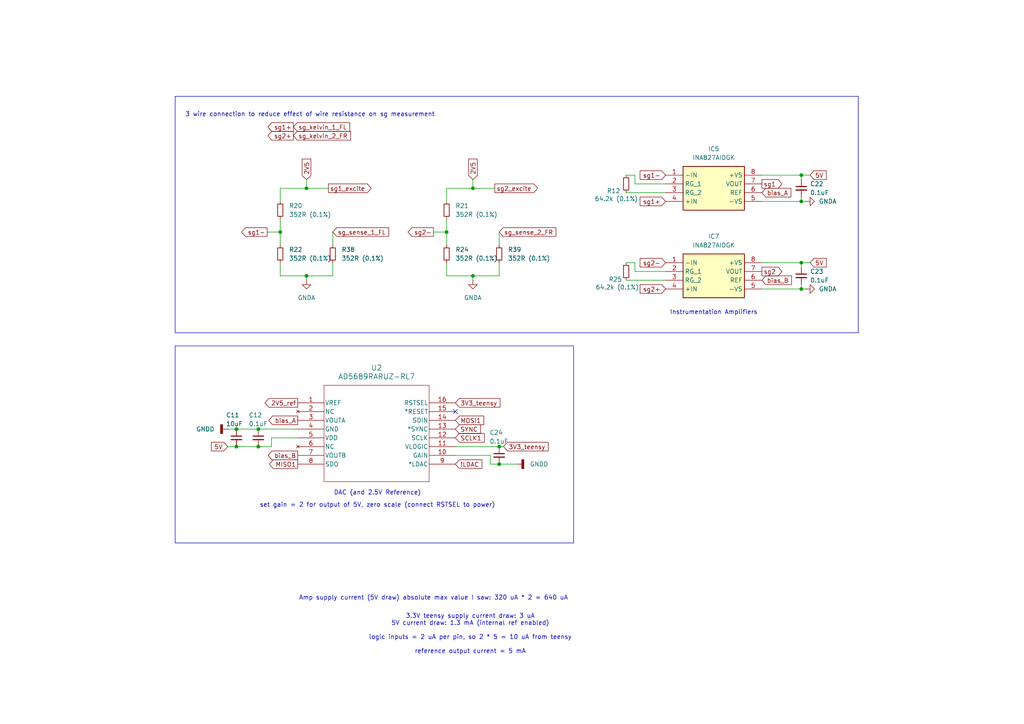
<source format=kicad_sch>
(kicad_sch (version 20250114) (generator "eeschema") (generator_version "9.0")
  (paper "A4")
  (lib_symbols
    (symbol "22XT_Main:AD5689RARUZ-RL7" (pin_names (offset 0.254))
      (property "Reference" "U" (at 22.86 10.16 0))
      (property "Value" "AD5689RARUZ-RL7" (at 22.86 7.62 0))
      (symbol "AD5689RARUZ-RL7_0_1"
        (polyline (pts (xy 7.62 5.08) (xy 7.62 -22.86)) (stroke (width 0.127)))
        (polyline (pts (xy 7.62 -22.86) (xy 38.1 -22.86)) (stroke (width 0.127)))
        (polyline (pts (xy 38.1 5.08) (xy 7.62 5.08)) (stroke (width 0.127)))
        (polyline (pts (xy 38.1 -22.86) (xy 38.1 5.08)) (stroke (width 0.127)))
        (pin input line (at 0 0 0) (length 7.62) (name "VREF") (number "1"))
        (pin no_connect line (at 0 -2.54 0) (length 7.62) (name "NC") (number "2"))
        (pin output line (at 0 -5.08 0) (length 7.62) (name "VOUTA") (number "3"))
        (pin power_in line (at 0 -7.62 0) (length 7.62) (name "GND") (number "4"))
        (pin power_in line (at 0 -10.16 0) (length 7.62) (name "VDD") (number "5"))
        (pin no_connect line (at 0 -12.7 0) (length 7.62) (name "NC") (number "6"))
        (pin output line (at 0 -15.24 0) (length 7.62) (name "VOUTB") (number "7"))
        (pin output line (at 0 -17.78 0) (length 7.62) (name "SDO") (number "8"))
        (pin unspecified line (at 45.72 0 180) (length 7.62) (name "RSTSEL") (number "16"))
        (pin input line (at 45.72 -2.54 180) (length 7.62) (name "*RESET") (number "15"))
        (pin input line (at 45.72 -5.08 180) (length 7.62) (name "SDIN") (number "14"))
        (pin input line (at 45.72 -7.62 180) (length 7.62) (name "*SYNC") (number "13"))
        (pin input line (at 45.72 -10.16 180) (length 7.62) (name "SCLK") (number "12"))
        (pin power_in line (at 45.72 -12.7 180) (length 7.62) (name "VLOGIC") (number "11"))
        (pin output line (at 45.72 -15.24 180) (length 7.62) (name "GAIN") (number "10"))
        (pin input line (at 45.72 -17.78 180) (length 7.62) (name "*LDAC") (number "9"))
      )
    )
    (symbol "22XT_Main:INA827AIDGK"
      (property "Reference" "IC" (at 24.13 7.62 0))
      (property "Value" "INA827AIDGK" (at 24.13 5.08 0))
      (symbol "INA827AIDGK_1_1"
        (rectangle (start 5.08 2.54) (end 22.86 -10.16) (stroke (width 0.254)) (fill (type background)))
        (pin passive line (at 0 0 0) (length 5.08) (name "-IN") (number "1"))
        (pin passive line (at 0 -2.54 0) (length 5.08) (name "RG_1") (number "2"))
        (pin passive line (at 0 -5.08 0) (length 5.08) (name "RG_2") (number "3"))
        (pin passive line (at 0 -7.62 0) (length 5.08) (name "+IN") (number "4"))
        (pin passive line (at 27.94 0 180) (length 5.08) (name "+VS") (number "8"))
        (pin passive line (at 27.94 -2.54 180) (length 5.08) (name "VOUT") (number "7"))
        (pin passive line (at 27.94 -5.08 180) (length 5.08) (name "REF") (number "6"))
        (pin passive line (at 27.94 -7.62 180) (length 5.08) (name "-VS") (number "5"))
      )
    )
    (symbol "Device:C_Small" (pin_numbers (hide yes)) (pin_names (offset 0.254) (hide yes))
      (property "Reference" "C" (at 0.254 1.778 0))
      (property "Value" "C_Small" (at 0.254 -2.032 0))
      (symbol "C_Small_0_1"
        (polyline (pts (xy -1.524 0.508) (xy 1.524 0.508)) (stroke (width 0.3048)))
        (polyline (pts (xy -1.524 -0.508) (xy 1.524 -0.508)) (stroke (width 0.3302)))
      )
      (symbol "C_Small_1_1"
        (pin passive line (at 0 2.54 270) (length 2.032) (name "~") (number "1"))
        (pin passive line (at 0 -2.54 90) (length 2.032) (name "~") (number "2"))
      )
    )
    (symbol "Device:R_Small" (pin_numbers (hide yes)) (pin_names (offset 0.254) (hide yes))
      (property "Reference" "R" (at 0.762 0.508 0))
      (property "Value" "R_Small" (at 0.762 -1.016 0))
      (symbol "R_Small_0_1"
        (rectangle (start -0.762 1.778) (end 0.762 -1.778) (stroke (width 0.2032)))
      )
      (symbol "R_Small_1_1"
        (pin passive line (at 0 2.54 270) (length 0.762) (name "~") (number "1"))
        (pin passive line (at 0 -2.54 90) (length 0.762) (name "~") (number "2"))
      )
    )
    (symbol "GNDA_1" (power) (pin_numbers (hide yes)) (pin_names (offset 0) (hide yes))
      (property "Value" "GNDA" (at 0 -3.81 0))
      (symbol "GNDA_1_0_1"
        (polyline (pts (xy 0 0) (xy 0 -1.27) (xy 1.27 -1.27) (xy 0 -2.54) (xy -1.27 -1.27) (xy 0 -1.27)))
      )
      (symbol "GNDA_1_1_1"
        (pin power_in line (at 0 0 270) (length 0) (name "~") (number "1"))
      )
    )
    (symbol "power:GNDA" (power) (pin_names (offset 0))
      (property "Value" "GNDA" (at 0 -3.81 0))
      (symbol "GNDA_0_1"
        (polyline (pts (xy 0 0) (xy 0 -1.27) (xy 1.27 -1.27) (xy 0 -2.54) (xy -1.27 -1.27) (xy 0 -1.27)))
      )
      (symbol "GNDA_1_1"
        (pin power_in line (at 0 0 270) (length 0) (hide yes) (name "GNDA") (number "1"))
      )
    )
    (symbol "power:GNDD" (power) (pin_numbers (hide yes)) (pin_names (offset 0) (hide yes))
      (property "Value" "GNDD" (at 0 -3.175 0))
      (symbol "GNDD_0_1"
        (rectangle (start -1.27 -1.524) (end 1.27 -2.032) (stroke (width 0.254)) (fill (type outline)))
        (polyline (pts (xy 0 0) (xy 0 -1.524)))
      )
      (symbol "GNDD_1_1"
        (pin power_in line (at 0 0 270) (length 0) (name "~") (number "1"))
      )
    )
  )
  (rectangle (start 50.8 100.33) (end 166.37 157.48))
  (rectangle (start 50.8 27.94) (end 248.92 96.52))
  (text "DAC (and 2.5V Reference)" (at 109.474 143.002 0) (effects (font (size 1.27 1.27))))
  (text "Amp supply current (5V draw) absolute max value I saw: 320 uA * 2 = 640 uA\n" (at 125.73 173.482 0) (effects (font (size 1.27 1.27))))
  (text "3.3V teensy supply current draw: 3 uA\n5V current draw: 1.3 mA (internal ref enabled)\n\nlogic inputs = 2 uA per pin, so 2 * 5 = 10 uA from teensy\n\nreference output current = 5 mA" (at 136.398 183.896 0) (effects (font (size 1.27 1.27))))
  (text "set gain = 2 for output of 5V, zero scale (connect RSTSEL to power)\n" (at 109.474 146.558 0) (effects (font (size 1.27 1.27))))
  (text "Instrumentation Amplifiers\n" (at 207.01 90.678 0) (effects (font (size 1.27 1.27))))
  (text "3 wire connection to reduce effect of wire resistance on sg measurement" (at 89.916 33.274 0) (effects (font (size 1.27 1.27))))
  (junction (at 88.9 54.61))
  (junction (at 137.16 54.61))
  (junction (at 81.28 67.31))
  (junction (at 232.41 58.42))
  (junction (at 137.16 80.01))
  (junction (at 232.41 83.82))
  (junction (at 232.41 50.8))
  (junction (at 232.41 76.2))
  (junction (at 144.78 134.62))
  (junction (at 129.54 67.31))
  (junction (at 68.58 124.46))
  (junction (at 144.78 129.54))
  (junction (at 68.58 129.54))
  (junction (at 74.93 129.54))
  (junction (at 88.9 80.01))
  (junction (at 74.93 124.46))
  (no_connect (at 132.08 119.38))
  (wire (pts (xy 144.78 76.2) (xy 144.78 80.01)))
  (wire (pts (xy 68.58 124.46) (xy 74.93 124.46)))
  (wire (pts (xy 88.9 80.01) (xy 88.9 81.28)))
  (wire (pts (xy 78.74 129.54) (xy 74.93 129.54)))
  (wire (pts (xy 232.41 57.15) (xy 232.41 58.42)))
  (wire (pts (xy 137.16 52.07) (xy 137.16 54.61)))
  (wire (pts (xy 81.28 63.5) (xy 81.28 67.31)))
  (wire (pts (xy 181.61 55.88) (xy 193.04 55.88)))
  (wire (pts (xy 233.68 83.82) (xy 232.41 83.82)))
  (wire (pts (xy 220.98 58.42) (xy 232.41 58.42)))
  (wire (pts (xy 181.61 50.8) (xy 184.15 50.8)))
  (wire (pts (xy 142.24 134.62) (xy 142.24 132.08)))
  (wire (pts (xy 125.73 67.31) (xy 129.54 67.31)))
  (wire (pts (xy 81.28 54.61) (xy 81.28 58.42)))
  (wire (pts (xy 146.05 129.54) (xy 144.78 129.54)))
  (wire (pts (xy 234.95 50.8) (xy 232.41 50.8)))
  (wire (pts (xy 81.28 54.61) (xy 88.9 54.61)))
  (wire (pts (xy 129.54 54.61) (xy 129.54 58.42)))
  (wire (pts (xy 184.15 78.74) (xy 184.15 76.2)))
  (wire (pts (xy 144.78 67.31) (xy 144.78 71.12)))
  (wire (pts (xy 129.54 67.31) (xy 129.54 71.12)))
  (wire (pts (xy 74.93 124.46) (xy 86.36 124.46)))
  (wire (pts (xy 129.54 54.61) (xy 137.16 54.61)))
  (wire (pts (xy 137.16 80.01) (xy 137.16 81.28)))
  (wire (pts (xy 81.28 67.31) (xy 81.28 71.12)))
  (wire (pts (xy 81.28 76.2) (xy 81.28 80.01)))
  (wire (pts (xy 74.93 129.54) (xy 68.58 129.54)))
  (wire (pts (xy 232.41 82.55) (xy 232.41 83.82)))
  (wire (pts (xy 181.61 76.2) (xy 184.15 76.2)))
  (wire (pts (xy 220.98 76.2) (xy 232.41 76.2)))
  (wire (pts (xy 144.78 134.62) (xy 142.24 134.62)))
  (wire (pts (xy 220.98 50.8) (xy 232.41 50.8)))
  (wire (pts (xy 66.04 129.54) (xy 68.58 129.54)))
  (wire (pts (xy 88.9 80.01) (xy 96.52 80.01)))
  (wire (pts (xy 78.74 127) (xy 78.74 129.54)))
  (wire (pts (xy 193.04 53.34) (xy 184.15 53.34)))
  (wire (pts (xy 142.24 132.08) (xy 132.08 132.08)))
  (wire (pts (xy 81.28 80.01) (xy 88.9 80.01)))
  (wire (pts (xy 96.52 76.2) (xy 96.52 80.01)))
  (wire (pts (xy 96.52 67.31) (xy 96.52 71.12)))
  (wire (pts (xy 193.04 78.74) (xy 184.15 78.74)))
  (wire (pts (xy 88.9 54.61) (xy 95.25 54.61)))
  (wire (pts (xy 233.68 58.42) (xy 232.41 58.42)))
  (wire (pts (xy 78.74 127) (xy 86.36 127)))
  (wire (pts (xy 144.78 129.54) (xy 132.08 129.54)))
  (wire (pts (xy 220.98 83.82) (xy 232.41 83.82)))
  (wire (pts (xy 137.16 54.61) (xy 143.51 54.61)))
  (wire (pts (xy 234.95 76.2) (xy 232.41 76.2)))
  (wire (pts (xy 77.47 67.31) (xy 81.28 67.31)))
  (wire (pts (xy 88.9 52.07) (xy 88.9 54.61)))
  (wire (pts (xy 184.15 53.34) (xy 184.15 50.8)))
  (wire (pts (xy 129.54 80.01) (xy 137.16 80.01)))
  (wire (pts (xy 129.54 63.5) (xy 129.54 67.31)))
  (wire (pts (xy 137.16 80.01) (xy 144.78 80.01)))
  (wire (pts (xy 129.54 76.2) (xy 129.54 80.01)))
  (wire (pts (xy 232.41 77.47) (xy 232.41 76.2)))
  (wire (pts (xy 181.61 81.28) (xy 193.04 81.28)))
  (wire (pts (xy 66.04 124.46) (xy 68.58 124.46)))
  (wire (pts (xy 232.41 52.07) (xy 232.41 50.8)))
  (wire (pts (xy 149.86 134.62) (xy 144.78 134.62)))
  (global_label "3V3_teensy" (shape input) (at 132.08 116.84 0) (property "Intersheetrefs" "${INTERSHEET_REFS}" (effects (hide yes))))
  (global_label "bias_A" (shape input) (at 220.98 55.88 0) (property "Intersheetrefs" "${INTERSHEET_REFS}" (effects (hide yes))))
  (global_label "sg1+" (shape output) (at 85.09 36.83 180) (property "Intersheetrefs" "${INTERSHEET_REFS}" (effects (hide yes))))
  (global_label "sg_kelvin_1_FL" (shape input) (at 85.09 36.83 0) (property "Intersheetrefs" "${INTERSHEET_REFS}" (effects (hide yes))))
  (global_label "2V5" (shape input) (at 88.9 52.07 90) (property "Intersheetrefs" "${INTERSHEET_REFS}" (effects (hide yes))))
  (global_label "SCLK1" (shape input) (at 132.08 127 0) (property "Intersheetrefs" "${INTERSHEET_REFS}" (effects (hide yes))))
  (global_label "sg2+" (shape input) (at 193.04 83.82 180) (property "Intersheetrefs" "${INTERSHEET_REFS}" (effects (hide yes))))
  (global_label "5V" (shape input) (at 234.95 76.2 0) (property "Intersheetrefs" "${INTERSHEET_REFS}" (effects (hide yes))))
  (global_label "sg2_excite" (shape output) (at 143.51 54.61 0) (property "Intersheetrefs" "${INTERSHEET_REFS}" (effects (hide yes))))
  (global_label "sg1_excite" (shape output) (at 95.25 54.61 0) (property "Intersheetrefs" "${INTERSHEET_REFS}" (effects (hide yes))))
  (global_label "sg2-" (shape input) (at 193.04 76.2 180) (property "Intersheetrefs" "${INTERSHEET_REFS}" (effects (hide yes))))
  (global_label "2V5" (shape input) (at 137.16 52.07 90) (property "Intersheetrefs" "${INTERSHEET_REFS}" (effects (hide yes))))
  (global_label "sg_sense_1_FL" (shape input) (at 96.52 67.31 0) (property "Intersheetrefs" "${INTERSHEET_REFS}" (effects (hide yes))))
  (global_label "5V" (shape input) (at 234.95 50.8 0) (property "Intersheetrefs" "${INTERSHEET_REFS}" (effects (hide yes))))
  (global_label "sg2-" (shape output) (at 125.73 67.31 180) (property "Intersheetrefs" "${INTERSHEET_REFS}" (effects (hide yes))))
  (global_label "sg1-" (shape output) (at 77.47 67.31 180) (property "Intersheetrefs" "${INTERSHEET_REFS}" (effects (hide yes))))
  (global_label "sg2+" (shape output) (at 85.09 39.37 180) (property "Intersheetrefs" "${INTERSHEET_REFS}" (effects (hide yes))))
  (global_label "bias_B" (shape output) (at 86.36 132.08 180) (property "Intersheetrefs" "${INTERSHEET_REFS}" (effects (hide yes))))
  (global_label "sg1+" (shape input) (at 193.04 58.42 180) (property "Intersheetrefs" "${INTERSHEET_REFS}" (effects (hide yes))))
  (global_label "2V5_ref" (shape output) (at 86.36 116.84 180) (property "Intersheetrefs" "${INTERSHEET_REFS}" (effects (hide yes))))
  (global_label "MISO1" (shape output) (at 86.36 134.62 180) (property "Intersheetrefs" "${INTERSHEET_REFS}" (effects (hide yes))))
  (global_label "3V3_teensy" (shape input) (at 146.05 129.54 0) (property "Intersheetrefs" "${INTERSHEET_REFS}" (effects (hide yes))))
  (global_label "sg_sense_2_FR" (shape input) (at 144.78 67.31 0) (property "Intersheetrefs" "${INTERSHEET_REFS}" (effects (hide yes))))
  (global_label "sg2" (shape output) (at 220.98 78.74 0) (property "Intersheetrefs" "${INTERSHEET_REFS}" (effects (hide yes))))
  (global_label "SYNC" (shape input) (at 132.08 124.46 0) (property "Intersheetrefs" "${INTERSHEET_REFS}" (effects (hide yes))))
  (global_label "bias_B" (shape input) (at 220.98 81.28 0) (property "Intersheetrefs" "${INTERSHEET_REFS}" (effects (hide yes))))
  (global_label "5V" (shape input) (at 66.04 129.54 180) (property "Intersheetrefs" "${INTERSHEET_REFS}" (effects (hide yes))))
  (global_label "!LDAC" (shape input) (at 132.08 134.62 0) (property "Intersheetrefs" "${INTERSHEET_REFS}" (effects (hide yes))))
  (global_label "sg1" (shape output) (at 220.98 53.34 0) (property "Intersheetrefs" "${INTERSHEET_REFS}" (effects (hide yes))))
  (global_label "sg1-" (shape input) (at 193.04 50.8 180) (property "Intersheetrefs" "${INTERSHEET_REFS}" (effects (hide yes))))
  (global_label "sg_kelvin_2_FR" (shape input) (at 85.09 39.37 0) (property "Intersheetrefs" "${INTERSHEET_REFS}" (effects (hide yes))))
  (global_label "MOSI1" (shape input) (at 132.08 121.92 0) (property "Intersheetrefs" "${INTERSHEET_REFS}" (effects (hide yes))))
  (global_label "bias_A" (shape output) (at 86.36 121.92 180) (property "Intersheetrefs" "${INTERSHEET_REFS}" (effects (hide yes))))
  (symbol (lib_id "Device:C_Small") (at 68.58 127 0) (unit 1)
    (property "Reference" "C11" (at 65.532 120.396 0) (effects (justify left)))
    (property "Value" "10uF" (at 65.532 122.936 0) (effects (justify left)))
    (property "Footprint" "Capacitor_SMD:C_0402_1005Metric" (effects (hide yes)))
    (property "Description" "Unpolarized capacitor, small symbol" (effects (hide yes)))
  )
  (symbol (lib_id "Device:C_Small") (at 232.41 54.61 0) (unit 1)
    (property "Reference" "C22" (at 234.95 53.3462 0) (effects (justify left)))
    (property "Value" "0.1uF" (at 234.95 55.8862 0) (effects (justify left)))
    (property "Footprint" "Capacitor_SMD:C_0402_1005Metric" (effects (hide yes)))
    (property "Description" "Unpolarized capacitor, small symbol" (effects (hide yes)))
  )
  (symbol (lib_id "Device:C_Small") (at 74.93 127 0) (unit 1)
    (property "Reference" "C12" (at 72.136 120.396 0) (effects (justify left)))
    (property "Value" "0.1uF" (at 72.136 122.936 0) (effects (justify left)))
    (property "Footprint" "Capacitor_SMD:C_0402_1005Metric" (effects (hide yes)))
    (property "Description" "Unpolarized capacitor, small symbol" (effects (hide yes)))
  )
  (symbol (lib_name "GNDA_1") (lib_id "power:GNDA") (at 233.68 58.42 90) (unit 1)
    (property "Reference" "#PWR017" (effects (hide yes)))
    (property "Value" "GNDA" (at 237.49 58.4199 90) (effects (justify right)))
    (property "Description" "Power symbol creates a global label with name \"GNDA\" , analog ground" (effects (hide yes)))
  )
  (symbol (lib_id "22XT_Main:INA827AIDGK") (at 193.04 76.2 0) (unit 1)
    (property "Reference" "IC7" (at 207.01 68.58 0))
    (property "Value" "INA827AIDGK" (at 207.01 71.12 0))
    (property "Footprint" "22XT_Main:SOP65P490X110-8N" (effects (hide yes)))
    (property "Datasheet" "http://www.ti.com/lit/ds/symlink/ina827.pdf" (effects (hide yes)))
    (property "Description" "Texas Instruments INA827AIDGK Instrumentation Amplifier, 150uV Offset 600kHz GBW, CMMR 88dB, 2.7  36 V, 8-Pin" (effects (hide yes)))
    (property "Height" "1.1" (effects (hide yes)))
    (property "Mouser Part Number" "595-INA827AIDGK" (effects (hide yes)))
    (property "Mouser Price/Stock" "https://www.mouser.co.uk/ProductDetail/Texas-Instruments/INA827AIDGK?qs=4whTb%2F0XQMjCMY8OfLWUhA%3D%3D" (effects (hide yes)))
    (property "Manufacturer_Name" "Texas Instruments" (effects (hide yes)))
    (property "Manufacturer_Part_Number" "INA827AIDGK" (effects (hide yes)))
  )
  (symbol (lib_id "Device:R_Small") (at 81.28 60.96 0) (unit 1)
    (property "Reference" "R20" (at 83.82 59.6899 0) (effects (justify left)))
    (property "Value" "352R (0.1%)" (at 83.82 62.2299 0) (effects (justify left)))
    (property "Footprint" "Resistor_SMD:R_0402_1005Metric" (effects (hide yes)))
    (property "Description" "Resistor, small symbol" (effects (hide yes)))
  )
  (symbol (lib_id "22XT_Main:AD5689RARUZ-RL7") (at 86.36 116.84 0) (unit 1)
    (property "Reference" "U2" (at 109.22 106.68 0) (effects (font (size 1.524 1.524))))
    (property "Value" "AD5689RARUZ-RL7" (at 109.22 109.22 0) (effects (font (size 1.524 1.524))))
    (property "Footprint" "22XT_Main:RU_16_ADI" (effects (hide yes)))
    (property "Datasheet" "AD5689RARUZ-RL7" (effects (hide yes)))
  )
  (symbol (lib_id "Device:R_Small") (at 144.78 73.66 0) (unit 1)
    (property "Reference" "R39" (at 147.32 72.3899 0) (effects (justify left)))
    (property "Value" "352R (0.1%)" (at 147.32 74.9299 0) (effects (justify left)))
    (property "Footprint" "Resistor_SMD:R_0402_1005Metric" (effects (hide yes)))
    (property "Description" "Resistor, small symbol" (effects (hide yes)))
  )
  (symbol (lib_id "power:GNDD") (at 149.86 134.62 90) (unit 1)
    (property "Reference" "#PWR029" (effects (hide yes)))
    (property "Value" "GNDD" (at 153.67 134.6199 90) (effects (justify right)))
    (property "Description" "Power symbol creates a global label with name \"GNDD\" , digital ground" (effects (hide yes)))
  )
  (symbol (lib_id "power:GNDD") (at 66.04 124.46 270) (unit 1)
    (property "Reference" "#PWR010" (effects (hide yes)))
    (property "Value" "GNDD" (at 62.23 124.4599 90) (effects (justify right)))
    (property "Description" "Power symbol creates a global label with name \"GNDD\" , digital ground" (effects (hide yes)))
  )
  (symbol (lib_id "Device:R_Small") (at 181.61 53.34 0) (unit 1)
    (property "Reference" "R12" (at 176.022 55.372 0) (effects (justify left)))
    (property "Value" "64.2k (0.1%)" (at 172.466 57.658 0) (effects (justify left)))
    (property "Footprint" "Resistor_SMD:R_0402_1005Metric" (effects (hide yes)))
    (property "Description" "Resistor, small symbol" (effects (hide yes)))
  )
  (symbol (lib_id "22XT_Main:INA827AIDGK") (at 193.04 50.8 0) (unit 1)
    (property "Reference" "IC5" (at 207.01 43.18 0))
    (property "Value" "INA827AIDGK" (at 207.01 45.72 0))
    (property "Footprint" "22XT_Main:SOP65P490X110-8N" (effects (hide yes)))
    (property "Datasheet" "http://www.ti.com/lit/ds/symlink/ina827.pdf" (effects (hide yes)))
    (property "Description" "Texas Instruments INA827AIDGK Instrumentation Amplifier, 150uV Offset 600kHz GBW, CMMR 88dB, 2.7  36 V, 8-Pin" (effects (hide yes)))
    (property "Height" "1.1" (effects (hide yes)))
    (property "Mouser Part Number" "595-INA827AIDGK" (effects (hide yes)))
    (property "Mouser Price/Stock" "https://www.mouser.co.uk/ProductDetail/Texas-Instruments/INA827AIDGK?qs=4whTb%2F0XQMjCMY8OfLWUhA%3D%3D" (effects (hide yes)))
    (property "Manufacturer_Name" "Texas Instruments" (effects (hide yes)))
    (property "Manufacturer_Part_Number" "INA827AIDGK" (effects (hide yes)))
  )
  (symbol (lib_id "Device:R_Small") (at 181.61 78.74 0) (unit 1)
    (property "Reference" "R25" (at 176.53 81.026 0) (effects (justify left)))
    (property "Value" "64.2k (0.1%)" (at 172.72 83.312 0) (effects (justify left)))
    (property "Footprint" "Resistor_SMD:R_0402_1005Metric" (effects (hide yes)))
    (property "Description" "Resistor, small symbol" (effects (hide yes)))
  )
  (symbol (lib_id "Device:R_Small") (at 96.52 73.66 0) (unit 1)
    (property "Reference" "R38" (at 99.06 72.3899 0) (effects (justify left)))
    (property "Value" "352R (0.1%)" (at 99.06 74.9299 0) (effects (justify left)))
    (property "Footprint" "Resistor_SMD:R_0402_1005Metric" (effects (hide yes)))
    (property "Description" "Resistor, small symbol" (effects (hide yes)))
  )
  (symbol (lib_id "Device:R_Small") (at 81.28 73.66 0) (unit 1)
    (property "Reference" "R22" (at 83.82 72.3899 0) (effects (justify left)))
    (property "Value" "352R (0.1%)" (at 83.82 74.9299 0) (effects (justify left)))
    (property "Footprint" "Resistor_SMD:R_0402_1005Metric" (effects (hide yes)))
    (property "Description" "Resistor, small symbol" (effects (hide yes)))
  )
  (symbol (lib_id "Device:C_Small") (at 232.41 80.01 0) (unit 1)
    (property "Reference" "C23" (at 234.95 78.7462 0) (effects (justify left)))
    (property "Value" "0.1uF" (at 234.95 81.2862 0) (effects (justify left)))
    (property "Footprint" "Capacitor_SMD:C_0402_1005Metric" (effects (hide yes)))
    (property "Description" "Unpolarized capacitor, small symbol" (effects (hide yes)))
  )
  (symbol (lib_id "Device:R_Small") (at 129.54 60.96 0) (unit 1)
    (property "Reference" "R21" (at 132.08 59.6899 0) (effects (justify left)))
    (property "Value" "352R (0.1%)" (at 132.08 62.2299 0) (effects (justify left)))
    (property "Footprint" "Resistor_SMD:R_0402_1005Metric" (effects (hide yes)))
    (property "Description" "Resistor, small symbol" (effects (hide yes)))
  )
  (symbol (lib_id "Device:R_Small") (at 129.54 73.66 0) (unit 1)
    (property "Reference" "R24" (at 132.08 72.3899 0) (effects (justify left)))
    (property "Value" "352R (0.1%)" (at 132.08 74.9299 0) (effects (justify left)))
    (property "Footprint" "Resistor_SMD:R_0402_1005Metric" (effects (hide yes)))
    (property "Description" "Resistor, small symbol" (effects (hide yes)))
  )
  (symbol (lib_id "Device:C_Small") (at 144.78 132.08 0) (unit 1)
    (property "Reference" "C24" (at 141.986 125.476 0) (effects (justify left)))
    (property "Value" "0.1uF" (at 141.986 128.016 0) (effects (justify left)))
    (property "Footprint" "Capacitor_SMD:C_0402_1005Metric" (effects (hide yes)))
    (property "Description" "Unpolarized capacitor, small symbol" (effects (hide yes)))
  )
  (symbol (lib_id "power:GNDA") (at 137.16 81.28 0) (unit 1)
    (property "Reference" "#PWR027" (effects (hide yes)))
    (property "Value" "GNDA" (at 137.16 86.36 0))
  )
  (symbol (lib_id "power:GNDA") (at 88.9 81.28 0) (unit 1)
    (property "Reference" "#PWR026" (effects (hide yes)))
    (property "Value" "GNDA" (at 88.9 86.36 0))
  )
  (symbol (lib_name "GNDA_1") (lib_id "power:GNDA") (at 233.68 83.82 90) (unit 1)
    (property "Reference" "#PWR028" (effects (hide yes)))
    (property "Value" "GNDA" (at 237.49 83.8199 90) (effects (justify right)))
    (property "Description" "Power symbol creates a global label with name \"GNDA\" , analog ground" (effects (hide yes)))
  )
)
</source>
